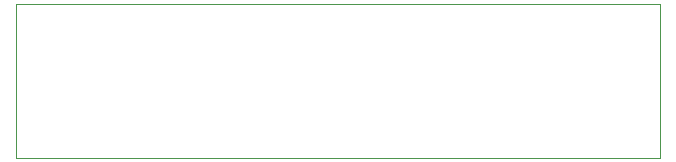
<source format=gbr>
%TF.GenerationSoftware,KiCad,Pcbnew,8.0.2*%
%TF.CreationDate,2024-12-20T20:26:37+01:00*%
%TF.ProjectId,Mk2-relayExtension,4d6b322d-7265-46c6-9179-457874656e73,rev?*%
%TF.SameCoordinates,Original*%
%TF.FileFunction,Profile,NP*%
%FSLAX46Y46*%
G04 Gerber Fmt 4.6, Leading zero omitted, Abs format (unit mm)*
G04 Created by KiCad (PCBNEW 8.0.2) date 2024-12-20 20:26:37*
%MOMM*%
%LPD*%
G01*
G04 APERTURE LIST*
%TA.AperFunction,Profile*%
%ADD10C,0.050000*%
%TD*%
G04 APERTURE END LIST*
D10*
X104500000Y-57000000D02*
X159000000Y-57000000D01*
X159000000Y-70000000D01*
X104500000Y-70000000D01*
X104500000Y-57000000D01*
M02*

</source>
